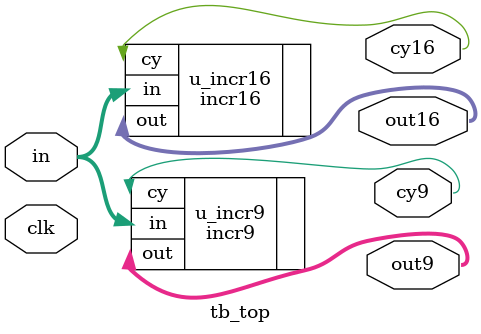
<source format=sv>
/* Fast Incrementor TB.
 * Author: Igor Lesik 2019
 *
 */



/* Verilog TB top module.
 *
 * External C-TB drives the inputs and checks the outputs.
 */
module tb_top(
    input   wire        clk,
    input   wire [31:0] in,
    output  wire [8:0]  out9,
    output  wire        cy9,
    output  wire [15:0] out16,
    output  wire        cy16
);

incr9  u_incr9 (.in(in), .out(out9),  .cy(cy9));
incr16 u_incr16(.in(in), .out(out16), .cy(cy16));

endmodule: tb_top

</source>
